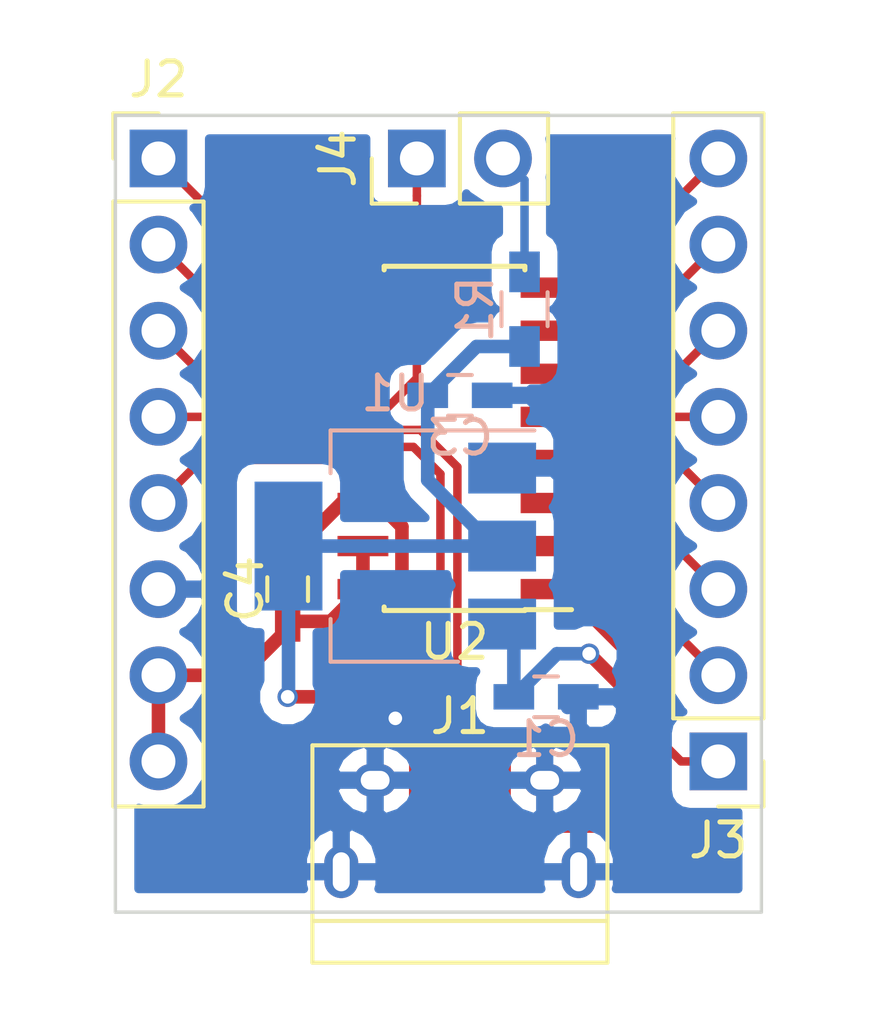
<source format=kicad_pcb>
(kicad_pcb (version 4) (host pcbnew 4.0.7)

  (general
    (links 38)
    (no_connects 0)
    (area 133.934999 99.009999 153.085001 122.605001)
    (thickness 1.6)
    (drawings 4)
    (tracks 89)
    (zones 0)
    (modules 10)
    (nets 18)
  )

  (page A4)
  (layers
    (0 F.Cu signal)
    (31 B.Cu signal)
    (32 B.Adhes user)
    (33 F.Adhes user)
    (34 B.Paste user)
    (35 F.Paste user)
    (36 B.SilkS user)
    (37 F.SilkS user)
    (38 B.Mask user)
    (39 F.Mask user)
    (40 Dwgs.User user)
    (41 Cmts.User user)
    (42 Eco1.User user)
    (43 Eco2.User user)
    (44 Edge.Cuts user)
    (45 Margin user)
    (46 B.CrtYd user)
    (47 F.CrtYd user)
    (48 B.Fab user)
    (49 F.Fab user)
  )

  (setup
    (last_trace_width 0.25)
    (trace_clearance 0.2)
    (zone_clearance 0.508)
    (zone_45_only no)
    (trace_min 0.2)
    (segment_width 0.2)
    (edge_width 0.1)
    (via_size 0.6)
    (via_drill 0.4)
    (via_min_size 0.4)
    (via_min_drill 0.3)
    (uvia_size 0.3)
    (uvia_drill 0.1)
    (uvias_allowed no)
    (uvia_min_size 0.2)
    (uvia_min_drill 0.1)
    (pcb_text_width 0.3)
    (pcb_text_size 1.5 1.5)
    (mod_edge_width 0.15)
    (mod_text_size 1 1)
    (mod_text_width 0.15)
    (pad_size 2 3.8)
    (pad_drill 0)
    (pad_to_mask_clearance 0)
    (aux_axis_origin 0 0)
    (visible_elements FFFFFF7F)
    (pcbplotparams
      (layerselection 0x00030_80000001)
      (usegerberextensions false)
      (excludeedgelayer true)
      (linewidth 0.100000)
      (plotframeref false)
      (viasonmask false)
      (mode 1)
      (useauxorigin false)
      (hpglpennumber 1)
      (hpglpenspeed 20)
      (hpglpendiameter 15)
      (hpglpenoverlay 2)
      (psnegative false)
      (psa4output false)
      (plotreference true)
      (plotvalue true)
      (plotinvisibletext false)
      (padsonsilk false)
      (subtractmaskfromsilk false)
      (outputformat 1)
      (mirror false)
      (drillshape 1)
      (scaleselection 1)
      (outputdirectory ""))
  )

  (net 0 "")
  (net 1 VBUS)
  (net 2 GND)
  (net 3 +3V3)
  (net 4 /D-)
  (net 5 /D+)
  (net 6 "Net-(J2-Pad1)")
  (net 7 "Net-(J2-Pad2)")
  (net 8 "Net-(J2-Pad3)")
  (net 9 "Net-(J3-Pad1)")
  (net 10 "Net-(J3-Pad2)")
  (net 11 "Net-(J3-Pad3)")
  (net 12 "Net-(J3-Pad4)")
  (net 13 "Net-(J3-Pad5)")
  (net 14 "Net-(J3-Pad6)")
  (net 15 "Net-(J3-Pad7)")
  (net 16 "Net-(J3-Pad8)")
  (net 17 "Net-(J4-Pad2)")

  (net_class Default 这是默认网络组.
    (clearance 0.2)
    (trace_width 0.25)
    (via_dia 0.6)
    (via_drill 0.4)
    (uvia_dia 0.3)
    (uvia_drill 0.1)
    (add_net /D+)
    (add_net /D-)
    (add_net "Net-(J2-Pad1)")
    (add_net "Net-(J2-Pad2)")
    (add_net "Net-(J2-Pad3)")
    (add_net "Net-(J3-Pad1)")
    (add_net "Net-(J3-Pad2)")
    (add_net "Net-(J3-Pad3)")
    (add_net "Net-(J3-Pad4)")
    (add_net "Net-(J3-Pad5)")
    (add_net "Net-(J3-Pad6)")
    (add_net "Net-(J3-Pad7)")
    (add_net "Net-(J3-Pad8)")
    (add_net "Net-(J4-Pad2)")
  )

  (net_class Power ""
    (clearance 0.2)
    (trace_width 0.4)
    (via_dia 0.6)
    (via_drill 0.4)
    (uvia_dia 0.3)
    (uvia_drill 0.1)
    (add_net +3V3)
    (add_net GND)
    (add_net VBUS)
  )

  (module Capacitors_SMD:C_0603_HandSoldering (layer B.Cu) (tedit 58AA848B) (tstamp 5B466E48)
    (at 146.685 116.205)
    (descr "Capacitor SMD 0603, hand soldering")
    (tags "capacitor 0603")
    (path /5B1D49ED)
    (attr smd)
    (fp_text reference C1 (at 0 1.25) (layer B.SilkS)
      (effects (font (size 1 1) (thickness 0.15)) (justify mirror))
    )
    (fp_text value 10μF (at 0 -1.5) (layer B.Fab)
      (effects (font (size 1 1) (thickness 0.15)) (justify mirror))
    )
    (fp_text user %R (at 0 1.25) (layer B.Fab)
      (effects (font (size 1 1) (thickness 0.15)) (justify mirror))
    )
    (fp_line (start -0.8 -0.4) (end -0.8 0.4) (layer B.Fab) (width 0.1))
    (fp_line (start 0.8 -0.4) (end -0.8 -0.4) (layer B.Fab) (width 0.1))
    (fp_line (start 0.8 0.4) (end 0.8 -0.4) (layer B.Fab) (width 0.1))
    (fp_line (start -0.8 0.4) (end 0.8 0.4) (layer B.Fab) (width 0.1))
    (fp_line (start -0.35 0.6) (end 0.35 0.6) (layer B.SilkS) (width 0.12))
    (fp_line (start 0.35 -0.6) (end -0.35 -0.6) (layer B.SilkS) (width 0.12))
    (fp_line (start -1.8 0.65) (end 1.8 0.65) (layer B.CrtYd) (width 0.05))
    (fp_line (start -1.8 0.65) (end -1.8 -0.65) (layer B.CrtYd) (width 0.05))
    (fp_line (start 1.8 -0.65) (end 1.8 0.65) (layer B.CrtYd) (width 0.05))
    (fp_line (start 1.8 -0.65) (end -1.8 -0.65) (layer B.CrtYd) (width 0.05))
    (pad 1 smd rect (at -0.95 0) (size 1.2 0.75) (layers B.Cu B.Paste B.Mask)
      (net 1 VBUS))
    (pad 2 smd rect (at 0.95 0) (size 1.2 0.75) (layers B.Cu B.Paste B.Mask)
      (net 2 GND))
    (model Capacitors_SMD.3dshapes/C_0603.wrl
      (at (xyz 0 0 0))
      (scale (xyz 1 1 1))
      (rotate (xyz 0 0 0))
    )
  )

  (module Capacitors_SMD:C_0603_HandSoldering (layer B.Cu) (tedit 58AA848B) (tstamp 5B466E59)
    (at 144.145 107.315)
    (descr "Capacitor SMD 0603, hand soldering")
    (tags "capacitor 0603")
    (path /5B1D4A41)
    (attr smd)
    (fp_text reference C3 (at 0 1.25) (layer B.SilkS)
      (effects (font (size 1 1) (thickness 0.15)) (justify mirror))
    )
    (fp_text value 10μF (at 0 -1.5) (layer B.Fab)
      (effects (font (size 1 1) (thickness 0.15)) (justify mirror))
    )
    (fp_text user %R (at 0 1.25) (layer B.Fab)
      (effects (font (size 1 1) (thickness 0.15)) (justify mirror))
    )
    (fp_line (start -0.8 -0.4) (end -0.8 0.4) (layer B.Fab) (width 0.1))
    (fp_line (start 0.8 -0.4) (end -0.8 -0.4) (layer B.Fab) (width 0.1))
    (fp_line (start 0.8 0.4) (end 0.8 -0.4) (layer B.Fab) (width 0.1))
    (fp_line (start -0.8 0.4) (end 0.8 0.4) (layer B.Fab) (width 0.1))
    (fp_line (start -0.35 0.6) (end 0.35 0.6) (layer B.SilkS) (width 0.12))
    (fp_line (start 0.35 -0.6) (end -0.35 -0.6) (layer B.SilkS) (width 0.12))
    (fp_line (start -1.8 0.65) (end 1.8 0.65) (layer B.CrtYd) (width 0.05))
    (fp_line (start -1.8 0.65) (end -1.8 -0.65) (layer B.CrtYd) (width 0.05))
    (fp_line (start 1.8 -0.65) (end 1.8 0.65) (layer B.CrtYd) (width 0.05))
    (fp_line (start 1.8 -0.65) (end -1.8 -0.65) (layer B.CrtYd) (width 0.05))
    (pad 1 smd rect (at -0.95 0) (size 1.2 0.75) (layers B.Cu B.Paste B.Mask)
      (net 3 +3V3))
    (pad 2 smd rect (at 0.95 0) (size 1.2 0.75) (layers B.Cu B.Paste B.Mask)
      (net 2 GND))
    (model Capacitors_SMD.3dshapes/C_0603.wrl
      (at (xyz 0 0 0))
      (scale (xyz 1 1 1))
      (rotate (xyz 0 0 0))
    )
  )

  (module Capacitors_SMD:C_0603_HandSoldering (layer F.Cu) (tedit 58AA848B) (tstamp 5B466E6A)
    (at 139.065 113.03 90)
    (descr "Capacitor SMD 0603, hand soldering")
    (tags "capacitor 0603")
    (path /5B1D50DB)
    (attr smd)
    (fp_text reference C4 (at 0 -1.25 90) (layer F.SilkS)
      (effects (font (size 1 1) (thickness 0.15)))
    )
    (fp_text value 0.1μF (at 0 1.5 90) (layer F.Fab)
      (effects (font (size 1 1) (thickness 0.15)))
    )
    (fp_text user %R (at 0 -1.25 90) (layer F.Fab)
      (effects (font (size 1 1) (thickness 0.15)))
    )
    (fp_line (start -0.8 0.4) (end -0.8 -0.4) (layer F.Fab) (width 0.1))
    (fp_line (start 0.8 0.4) (end -0.8 0.4) (layer F.Fab) (width 0.1))
    (fp_line (start 0.8 -0.4) (end 0.8 0.4) (layer F.Fab) (width 0.1))
    (fp_line (start -0.8 -0.4) (end 0.8 -0.4) (layer F.Fab) (width 0.1))
    (fp_line (start -0.35 -0.6) (end 0.35 -0.6) (layer F.SilkS) (width 0.12))
    (fp_line (start 0.35 0.6) (end -0.35 0.6) (layer F.SilkS) (width 0.12))
    (fp_line (start -1.8 -0.65) (end 1.8 -0.65) (layer F.CrtYd) (width 0.05))
    (fp_line (start -1.8 -0.65) (end -1.8 0.65) (layer F.CrtYd) (width 0.05))
    (fp_line (start 1.8 0.65) (end 1.8 -0.65) (layer F.CrtYd) (width 0.05))
    (fp_line (start 1.8 0.65) (end -1.8 0.65) (layer F.CrtYd) (width 0.05))
    (pad 1 smd rect (at -0.95 0 90) (size 1.2 0.75) (layers F.Cu F.Paste F.Mask)
      (net 3 +3V3))
    (pad 2 smd rect (at 0.95 0 90) (size 1.2 0.75) (layers F.Cu F.Paste F.Mask)
      (net 2 GND))
    (model Capacitors_SMD.3dshapes/C_0603.wrl
      (at (xyz 0 0 0))
      (scale (xyz 1 1 1))
      (rotate (xyz 0 0 0))
    )
  )

  (module Connectors:USB_Micro-B (layer F.Cu) (tedit 5543E447) (tstamp 5B466E80)
    (at 144.145 120.015)
    (descr "Micro USB Type B Receptacle")
    (tags "USB USB_B USB_micro USB_OTG")
    (path /5B1D4895)
    (attr smd)
    (fp_text reference J1 (at 0 -3.24) (layer F.SilkS)
      (effects (font (size 1 1) (thickness 0.15)))
    )
    (fp_text value USB_OTG (at 0 5.01) (layer F.Fab)
      (effects (font (size 1 1) (thickness 0.15)))
    )
    (fp_line (start -4.6 -2.59) (end 4.6 -2.59) (layer F.CrtYd) (width 0.05))
    (fp_line (start 4.6 -2.59) (end 4.6 4.26) (layer F.CrtYd) (width 0.05))
    (fp_line (start 4.6 4.26) (end -4.6 4.26) (layer F.CrtYd) (width 0.05))
    (fp_line (start -4.6 4.26) (end -4.6 -2.59) (layer F.CrtYd) (width 0.05))
    (fp_line (start -4.35 4.03) (end 4.35 4.03) (layer F.SilkS) (width 0.12))
    (fp_line (start -4.35 -2.38) (end 4.35 -2.38) (layer F.SilkS) (width 0.12))
    (fp_line (start 4.35 -2.38) (end 4.35 4.03) (layer F.SilkS) (width 0.12))
    (fp_line (start 4.35 2.8) (end -4.35 2.8) (layer F.SilkS) (width 0.12))
    (fp_line (start -4.35 4.03) (end -4.35 -2.38) (layer F.SilkS) (width 0.12))
    (pad 1 smd rect (at -1.3 -1.35 90) (size 1.35 0.4) (layers F.Cu F.Paste F.Mask)
      (net 1 VBUS))
    (pad 2 smd rect (at -0.65 -1.35 90) (size 1.35 0.4) (layers F.Cu F.Paste F.Mask)
      (net 4 /D-))
    (pad 3 smd rect (at 0 -1.35 90) (size 1.35 0.4) (layers F.Cu F.Paste F.Mask)
      (net 5 /D+))
    (pad 4 smd rect (at 0.65 -1.35 90) (size 1.35 0.4) (layers F.Cu F.Paste F.Mask)
      (net 2 GND))
    (pad 5 smd rect (at 1.3 -1.35 90) (size 1.35 0.4) (layers F.Cu F.Paste F.Mask)
      (net 2 GND))
    (pad 6 thru_hole oval (at -2.5 -1.35 90) (size 0.95 1.25) (drill oval 0.55 0.85) (layers *.Cu *.Mask)
      (net 2 GND))
    (pad 6 thru_hole oval (at 2.5 -1.35 90) (size 0.95 1.25) (drill oval 0.55 0.85) (layers *.Cu *.Mask)
      (net 2 GND))
    (pad 6 thru_hole oval (at -3.5 1.35 90) (size 1.55 1) (drill oval 1.15 0.5) (layers *.Cu *.Mask)
      (net 2 GND))
    (pad 6 thru_hole oval (at 3.5 1.35 90) (size 1.55 1) (drill oval 1.15 0.5) (layers *.Cu *.Mask)
      (net 2 GND))
  )

  (module Pin_Headers:Pin_Header_Straight_1x08_Pitch2.54mm (layer F.Cu) (tedit 59650532) (tstamp 5B466E9C)
    (at 135.255 100.33)
    (descr "Through hole straight pin header, 1x08, 2.54mm pitch, single row")
    (tags "Through hole pin header THT 1x08 2.54mm single row")
    (path /5B1D7657)
    (fp_text reference J2 (at 0 -2.33) (layer F.SilkS)
      (effects (font (size 1 1) (thickness 0.15)))
    )
    (fp_text value Conn_01x08 (at 0 20.11) (layer F.Fab)
      (effects (font (size 1 1) (thickness 0.15)))
    )
    (fp_line (start -0.635 -1.27) (end 1.27 -1.27) (layer F.Fab) (width 0.1))
    (fp_line (start 1.27 -1.27) (end 1.27 19.05) (layer F.Fab) (width 0.1))
    (fp_line (start 1.27 19.05) (end -1.27 19.05) (layer F.Fab) (width 0.1))
    (fp_line (start -1.27 19.05) (end -1.27 -0.635) (layer F.Fab) (width 0.1))
    (fp_line (start -1.27 -0.635) (end -0.635 -1.27) (layer F.Fab) (width 0.1))
    (fp_line (start -1.33 19.11) (end 1.33 19.11) (layer F.SilkS) (width 0.12))
    (fp_line (start -1.33 1.27) (end -1.33 19.11) (layer F.SilkS) (width 0.12))
    (fp_line (start 1.33 1.27) (end 1.33 19.11) (layer F.SilkS) (width 0.12))
    (fp_line (start -1.33 1.27) (end 1.33 1.27) (layer F.SilkS) (width 0.12))
    (fp_line (start -1.33 0) (end -1.33 -1.33) (layer F.SilkS) (width 0.12))
    (fp_line (start -1.33 -1.33) (end 0 -1.33) (layer F.SilkS) (width 0.12))
    (fp_line (start -1.8 -1.8) (end -1.8 19.55) (layer F.CrtYd) (width 0.05))
    (fp_line (start -1.8 19.55) (end 1.8 19.55) (layer F.CrtYd) (width 0.05))
    (fp_line (start 1.8 19.55) (end 1.8 -1.8) (layer F.CrtYd) (width 0.05))
    (fp_line (start 1.8 -1.8) (end -1.8 -1.8) (layer F.CrtYd) (width 0.05))
    (fp_text user %R (at 0 8.89 90) (layer F.Fab)
      (effects (font (size 1 1) (thickness 0.15)))
    )
    (pad 1 thru_hole rect (at 0 0) (size 1.7 1.7) (drill 1) (layers *.Cu *.Mask)
      (net 6 "Net-(J2-Pad1)"))
    (pad 2 thru_hole oval (at 0 2.54) (size 1.7 1.7) (drill 1) (layers *.Cu *.Mask)
      (net 7 "Net-(J2-Pad2)"))
    (pad 3 thru_hole oval (at 0 5.08) (size 1.7 1.7) (drill 1) (layers *.Cu *.Mask)
      (net 8 "Net-(J2-Pad3)"))
    (pad 4 thru_hole oval (at 0 7.62) (size 1.7 1.7) (drill 1) (layers *.Cu *.Mask)
      (net 5 /D+))
    (pad 5 thru_hole oval (at 0 10.16) (size 1.7 1.7) (drill 1) (layers *.Cu *.Mask)
      (net 4 /D-))
    (pad 6 thru_hole oval (at 0 12.7) (size 1.7 1.7) (drill 1) (layers *.Cu *.Mask)
      (net 2 GND))
    (pad 7 thru_hole oval (at 0 15.24) (size 1.7 1.7) (drill 1) (layers *.Cu *.Mask)
      (net 3 +3V3))
    (pad 8 thru_hole oval (at 0 17.78) (size 1.7 1.7) (drill 1) (layers *.Cu *.Mask)
      (net 3 +3V3))
    (model ${KISYS3DMOD}/Pin_Headers.3dshapes/Pin_Header_Straight_1x08_Pitch2.54mm.wrl
      (at (xyz 0 0 0))
      (scale (xyz 1 1 1))
      (rotate (xyz 0 0 0))
    )
  )

  (module Pin_Headers:Pin_Header_Straight_1x08_Pitch2.54mm (layer F.Cu) (tedit 59650532) (tstamp 5B466EB8)
    (at 151.765 118.11 180)
    (descr "Through hole straight pin header, 1x08, 2.54mm pitch, single row")
    (tags "Through hole pin header THT 1x08 2.54mm single row")
    (path /5B1DE4B0)
    (fp_text reference J3 (at 0 -2.33 180) (layer F.SilkS)
      (effects (font (size 1 1) (thickness 0.15)))
    )
    (fp_text value Conn_01x08 (at 0 20.11 180) (layer F.Fab)
      (effects (font (size 1 1) (thickness 0.15)))
    )
    (fp_line (start -0.635 -1.27) (end 1.27 -1.27) (layer F.Fab) (width 0.1))
    (fp_line (start 1.27 -1.27) (end 1.27 19.05) (layer F.Fab) (width 0.1))
    (fp_line (start 1.27 19.05) (end -1.27 19.05) (layer F.Fab) (width 0.1))
    (fp_line (start -1.27 19.05) (end -1.27 -0.635) (layer F.Fab) (width 0.1))
    (fp_line (start -1.27 -0.635) (end -0.635 -1.27) (layer F.Fab) (width 0.1))
    (fp_line (start -1.33 19.11) (end 1.33 19.11) (layer F.SilkS) (width 0.12))
    (fp_line (start -1.33 1.27) (end -1.33 19.11) (layer F.SilkS) (width 0.12))
    (fp_line (start 1.33 1.27) (end 1.33 19.11) (layer F.SilkS) (width 0.12))
    (fp_line (start -1.33 1.27) (end 1.33 1.27) (layer F.SilkS) (width 0.12))
    (fp_line (start -1.33 0) (end -1.33 -1.33) (layer F.SilkS) (width 0.12))
    (fp_line (start -1.33 -1.33) (end 0 -1.33) (layer F.SilkS) (width 0.12))
    (fp_line (start -1.8 -1.8) (end -1.8 19.55) (layer F.CrtYd) (width 0.05))
    (fp_line (start -1.8 19.55) (end 1.8 19.55) (layer F.CrtYd) (width 0.05))
    (fp_line (start 1.8 19.55) (end 1.8 -1.8) (layer F.CrtYd) (width 0.05))
    (fp_line (start 1.8 -1.8) (end -1.8 -1.8) (layer F.CrtYd) (width 0.05))
    (fp_text user %R (at 0 8.89 270) (layer F.Fab)
      (effects (font (size 1 1) (thickness 0.15)))
    )
    (pad 1 thru_hole rect (at 0 0 180) (size 1.7 1.7) (drill 1) (layers *.Cu *.Mask)
      (net 9 "Net-(J3-Pad1)"))
    (pad 2 thru_hole oval (at 0 2.54 180) (size 1.7 1.7) (drill 1) (layers *.Cu *.Mask)
      (net 10 "Net-(J3-Pad2)"))
    (pad 3 thru_hole oval (at 0 5.08 180) (size 1.7 1.7) (drill 1) (layers *.Cu *.Mask)
      (net 11 "Net-(J3-Pad3)"))
    (pad 4 thru_hole oval (at 0 7.62 180) (size 1.7 1.7) (drill 1) (layers *.Cu *.Mask)
      (net 12 "Net-(J3-Pad4)"))
    (pad 5 thru_hole oval (at 0 10.16 180) (size 1.7 1.7) (drill 1) (layers *.Cu *.Mask)
      (net 13 "Net-(J3-Pad5)"))
    (pad 6 thru_hole oval (at 0 12.7 180) (size 1.7 1.7) (drill 1) (layers *.Cu *.Mask)
      (net 14 "Net-(J3-Pad6)"))
    (pad 7 thru_hole oval (at 0 15.24 180) (size 1.7 1.7) (drill 1) (layers *.Cu *.Mask)
      (net 15 "Net-(J3-Pad7)"))
    (pad 8 thru_hole oval (at 0 17.78 180) (size 1.7 1.7) (drill 1) (layers *.Cu *.Mask)
      (net 16 "Net-(J3-Pad8)"))
    (model ${KISYS3DMOD}/Pin_Headers.3dshapes/Pin_Header_Straight_1x08_Pitch2.54mm.wrl
      (at (xyz 0 0 0))
      (scale (xyz 1 1 1))
      (rotate (xyz 0 0 0))
    )
  )

  (module Pin_Headers:Pin_Header_Straight_1x02_Pitch2.54mm (layer F.Cu) (tedit 59650532) (tstamp 5B466ECE)
    (at 142.875 100.33 90)
    (descr "Through hole straight pin header, 1x02, 2.54mm pitch, single row")
    (tags "Through hole pin header THT 1x02 2.54mm single row")
    (path /5B43644B)
    (fp_text reference J4 (at 0 -2.33 90) (layer F.SilkS)
      (effects (font (size 1 1) (thickness 0.15)))
    )
    (fp_text value Conn_01x02 (at 0 4.87 90) (layer F.Fab)
      (effects (font (size 1 1) (thickness 0.15)))
    )
    (fp_line (start -0.635 -1.27) (end 1.27 -1.27) (layer F.Fab) (width 0.1))
    (fp_line (start 1.27 -1.27) (end 1.27 3.81) (layer F.Fab) (width 0.1))
    (fp_line (start 1.27 3.81) (end -1.27 3.81) (layer F.Fab) (width 0.1))
    (fp_line (start -1.27 3.81) (end -1.27 -0.635) (layer F.Fab) (width 0.1))
    (fp_line (start -1.27 -0.635) (end -0.635 -1.27) (layer F.Fab) (width 0.1))
    (fp_line (start -1.33 3.87) (end 1.33 3.87) (layer F.SilkS) (width 0.12))
    (fp_line (start -1.33 1.27) (end -1.33 3.87) (layer F.SilkS) (width 0.12))
    (fp_line (start 1.33 1.27) (end 1.33 3.87) (layer F.SilkS) (width 0.12))
    (fp_line (start -1.33 1.27) (end 1.33 1.27) (layer F.SilkS) (width 0.12))
    (fp_line (start -1.33 0) (end -1.33 -1.33) (layer F.SilkS) (width 0.12))
    (fp_line (start -1.33 -1.33) (end 0 -1.33) (layer F.SilkS) (width 0.12))
    (fp_line (start -1.8 -1.8) (end -1.8 4.35) (layer F.CrtYd) (width 0.05))
    (fp_line (start -1.8 4.35) (end 1.8 4.35) (layer F.CrtYd) (width 0.05))
    (fp_line (start 1.8 4.35) (end 1.8 -1.8) (layer F.CrtYd) (width 0.05))
    (fp_line (start 1.8 -1.8) (end -1.8 -1.8) (layer F.CrtYd) (width 0.05))
    (fp_text user %R (at 0 1.27 180) (layer F.Fab)
      (effects (font (size 1 1) (thickness 0.15)))
    )
    (pad 1 thru_hole rect (at 0 0 90) (size 1.7 1.7) (drill 1) (layers *.Cu *.Mask)
      (net 5 /D+))
    (pad 2 thru_hole oval (at 0 2.54 90) (size 1.7 1.7) (drill 1) (layers *.Cu *.Mask)
      (net 17 "Net-(J4-Pad2)"))
    (model ${KISYS3DMOD}/Pin_Headers.3dshapes/Pin_Header_Straight_1x02_Pitch2.54mm.wrl
      (at (xyz 0 0 0))
      (scale (xyz 1 1 1))
      (rotate (xyz 0 0 0))
    )
  )

  (module Resistors_SMD:R_0603_HandSoldering (layer B.Cu) (tedit 58E0A804) (tstamp 5B466EDF)
    (at 146.05 104.775 270)
    (descr "Resistor SMD 0603, hand soldering")
    (tags "resistor 0603")
    (path /5B1DEA2D)
    (attr smd)
    (fp_text reference R1 (at 0 1.45 270) (layer B.SilkS)
      (effects (font (size 1 1) (thickness 0.15)) (justify mirror))
    )
    (fp_text value 10K (at 0 -1.55 270) (layer B.Fab)
      (effects (font (size 1 1) (thickness 0.15)) (justify mirror))
    )
    (fp_text user %R (at 0 0 270) (layer B.Fab)
      (effects (font (size 0.4 0.4) (thickness 0.075)) (justify mirror))
    )
    (fp_line (start -0.8 -0.4) (end -0.8 0.4) (layer B.Fab) (width 0.1))
    (fp_line (start 0.8 -0.4) (end -0.8 -0.4) (layer B.Fab) (width 0.1))
    (fp_line (start 0.8 0.4) (end 0.8 -0.4) (layer B.Fab) (width 0.1))
    (fp_line (start -0.8 0.4) (end 0.8 0.4) (layer B.Fab) (width 0.1))
    (fp_line (start 0.5 -0.68) (end -0.5 -0.68) (layer B.SilkS) (width 0.12))
    (fp_line (start -0.5 0.68) (end 0.5 0.68) (layer B.SilkS) (width 0.12))
    (fp_line (start -1.96 0.7) (end 1.95 0.7) (layer B.CrtYd) (width 0.05))
    (fp_line (start -1.96 0.7) (end -1.96 -0.7) (layer B.CrtYd) (width 0.05))
    (fp_line (start 1.95 -0.7) (end 1.95 0.7) (layer B.CrtYd) (width 0.05))
    (fp_line (start 1.95 -0.7) (end -1.96 -0.7) (layer B.CrtYd) (width 0.05))
    (pad 1 smd rect (at -1.1 0 270) (size 1.2 0.9) (layers B.Cu B.Paste B.Mask)
      (net 17 "Net-(J4-Pad2)"))
    (pad 2 smd rect (at 1.1 0 270) (size 1.2 0.9) (layers B.Cu B.Paste B.Mask)
      (net 3 +3V3))
    (model ${KISYS3DMOD}/Resistors_SMD.3dshapes/R_0603.wrl
      (at (xyz 0 0 0))
      (scale (xyz 1 1 1))
      (rotate (xyz 0 0 0))
    )
  )

  (module TO_SOT_Packages_SMD:SOT-223 (layer B.Cu) (tedit 5B436BD4) (tstamp 5B466EF5)
    (at 142.24 111.76 180)
    (descr "module CMS SOT223 4 pins")
    (tags "CMS SOT")
    (path /5B1D4972)
    (attr smd)
    (fp_text reference U1 (at 0 4.5 180) (layer B.SilkS)
      (effects (font (size 1 1) (thickness 0.15)) (justify mirror))
    )
    (fp_text value LM1117-3.3 (at 0 -4.5 180) (layer B.Fab)
      (effects (font (size 1 1) (thickness 0.15)) (justify mirror))
    )
    (fp_text user %R (at 0 0 450) (layer B.Fab)
      (effects (font (size 0.8 0.8) (thickness 0.12)) (justify mirror))
    )
    (fp_line (start -1.85 2.3) (end -0.8 3.35) (layer B.Fab) (width 0.1))
    (fp_line (start 1.91 -3.41) (end 1.91 -2.15) (layer B.SilkS) (width 0.12))
    (fp_line (start 1.91 3.41) (end 1.91 2.15) (layer B.SilkS) (width 0.12))
    (fp_line (start 4.4 3.6) (end -4.4 3.6) (layer B.CrtYd) (width 0.05))
    (fp_line (start 4.4 -3.6) (end 4.4 3.6) (layer B.CrtYd) (width 0.05))
    (fp_line (start -4.4 -3.6) (end 4.4 -3.6) (layer B.CrtYd) (width 0.05))
    (fp_line (start -4.4 3.6) (end -4.4 -3.6) (layer B.CrtYd) (width 0.05))
    (fp_line (start -1.85 2.3) (end -1.85 -3.35) (layer B.Fab) (width 0.1))
    (fp_line (start -1.85 -3.41) (end 1.91 -3.41) (layer B.SilkS) (width 0.12))
    (fp_line (start -0.8 3.35) (end 1.85 3.35) (layer B.Fab) (width 0.1))
    (fp_line (start -4.1 3.41) (end 1.91 3.41) (layer B.SilkS) (width 0.12))
    (fp_line (start -1.85 -3.35) (end 1.85 -3.35) (layer B.Fab) (width 0.1))
    (fp_line (start 1.85 3.35) (end 1.85 -3.35) (layer B.Fab) (width 0.1))
    (pad 4 smd rect (at 3.15 0 180) (size 2 3.8) (layers B.Cu B.Paste B.Mask)
      (net 3 +3V3))
    (pad 2 smd rect (at -3.15 0 180) (size 2 1.5) (layers B.Cu B.Paste B.Mask)
      (net 3 +3V3))
    (pad 3 smd rect (at -3.15 -2.3 180) (size 2 1.5) (layers B.Cu B.Paste B.Mask)
      (net 1 VBUS))
    (pad 1 smd rect (at -3.15 2.3 180) (size 2 1.5) (layers B.Cu B.Paste B.Mask)
      (net 2 GND))
    (model ${KISYS3DMOD}/TO_SOT_Packages_SMD.3dshapes/SOT-223.wrl
      (at (xyz 0 0 0))
      (scale (xyz 1 1 1))
      (rotate (xyz 0 0 0))
    )
  )

  (module Housings_SOIC:SOIC-16_3.9x9.9mm_Pitch1.27mm (layer F.Cu) (tedit 58CC8F64) (tstamp 5B466F1A)
    (at 143.985 108.585 180)
    (descr "16-Lead Plastic Small Outline (SL) - Narrow, 3.90 mm Body [SOIC] (see Microchip Packaging Specification 00000049BS.pdf)")
    (tags "SOIC 1.27")
    (path /5B1D4BAE)
    (attr smd)
    (fp_text reference U2 (at 0 -6 180) (layer F.SilkS)
      (effects (font (size 1 1) (thickness 0.15)))
    )
    (fp_text value CH551G (at 0 6 180) (layer F.Fab)
      (effects (font (size 1 1) (thickness 0.15)))
    )
    (fp_text user %R (at 0 0 180) (layer F.Fab)
      (effects (font (size 0.9 0.9) (thickness 0.135)))
    )
    (fp_line (start -0.95 -4.95) (end 1.95 -4.95) (layer F.Fab) (width 0.15))
    (fp_line (start 1.95 -4.95) (end 1.95 4.95) (layer F.Fab) (width 0.15))
    (fp_line (start 1.95 4.95) (end -1.95 4.95) (layer F.Fab) (width 0.15))
    (fp_line (start -1.95 4.95) (end -1.95 -3.95) (layer F.Fab) (width 0.15))
    (fp_line (start -1.95 -3.95) (end -0.95 -4.95) (layer F.Fab) (width 0.15))
    (fp_line (start -3.7 -5.25) (end -3.7 5.25) (layer F.CrtYd) (width 0.05))
    (fp_line (start 3.7 -5.25) (end 3.7 5.25) (layer F.CrtYd) (width 0.05))
    (fp_line (start -3.7 -5.25) (end 3.7 -5.25) (layer F.CrtYd) (width 0.05))
    (fp_line (start -3.7 5.25) (end 3.7 5.25) (layer F.CrtYd) (width 0.05))
    (fp_line (start -2.075 -5.075) (end -2.075 -5.05) (layer F.SilkS) (width 0.15))
    (fp_line (start 2.075 -5.075) (end 2.075 -4.97) (layer F.SilkS) (width 0.15))
    (fp_line (start 2.075 5.075) (end 2.075 4.97) (layer F.SilkS) (width 0.15))
    (fp_line (start -2.075 5.075) (end -2.075 4.97) (layer F.SilkS) (width 0.15))
    (fp_line (start -2.075 -5.075) (end 2.075 -5.075) (layer F.SilkS) (width 0.15))
    (fp_line (start -2.075 5.075) (end 2.075 5.075) (layer F.SilkS) (width 0.15))
    (fp_line (start -2.075 -5.05) (end -3.45 -5.05) (layer F.SilkS) (width 0.15))
    (pad 1 smd rect (at -2.7 -4.445 180) (size 1.5 0.6) (layers F.Cu F.Paste F.Mask)
      (net 9 "Net-(J3-Pad1)"))
    (pad 2 smd rect (at -2.7 -3.175 180) (size 1.5 0.6) (layers F.Cu F.Paste F.Mask)
      (net 10 "Net-(J3-Pad2)"))
    (pad 3 smd rect (at -2.7 -1.905 180) (size 1.5 0.6) (layers F.Cu F.Paste F.Mask)
      (net 11 "Net-(J3-Pad3)"))
    (pad 4 smd rect (at -2.7 -0.635 180) (size 1.5 0.6) (layers F.Cu F.Paste F.Mask)
      (net 12 "Net-(J3-Pad4)"))
    (pad 5 smd rect (at -2.7 0.635 180) (size 1.5 0.6) (layers F.Cu F.Paste F.Mask)
      (net 13 "Net-(J3-Pad5)"))
    (pad 6 smd rect (at -2.7 1.905 180) (size 1.5 0.6) (layers F.Cu F.Paste F.Mask)
      (net 14 "Net-(J3-Pad6)"))
    (pad 7 smd rect (at -2.7 3.175 180) (size 1.5 0.6) (layers F.Cu F.Paste F.Mask)
      (net 15 "Net-(J3-Pad7)"))
    (pad 8 smd rect (at -2.7 4.445 180) (size 1.5 0.6) (layers F.Cu F.Paste F.Mask)
      (net 16 "Net-(J3-Pad8)"))
    (pad 9 smd rect (at 2.7 4.445 180) (size 1.5 0.6) (layers F.Cu F.Paste F.Mask)
      (net 6 "Net-(J2-Pad1)"))
    (pad 10 smd rect (at 2.7 3.175 180) (size 1.5 0.6) (layers F.Cu F.Paste F.Mask)
      (net 7 "Net-(J2-Pad2)"))
    (pad 11 smd rect (at 2.7 1.905 180) (size 1.5 0.6) (layers F.Cu F.Paste F.Mask)
      (net 8 "Net-(J2-Pad3)"))
    (pad 12 smd rect (at 2.7 0.635 180) (size 1.5 0.6) (layers F.Cu F.Paste F.Mask)
      (net 5 /D+))
    (pad 13 smd rect (at 2.7 -0.635 180) (size 1.5 0.6) (layers F.Cu F.Paste F.Mask)
      (net 4 /D-))
    (pad 14 smd rect (at 2.7 -1.905 180) (size 1.5 0.6) (layers F.Cu F.Paste F.Mask)
      (net 2 GND))
    (pad 15 smd rect (at 2.7 -3.175 180) (size 1.5 0.6) (layers F.Cu F.Paste F.Mask)
      (net 3 +3V3))
    (pad 16 smd rect (at 2.7 -4.445 180) (size 1.5 0.6) (layers F.Cu F.Paste F.Mask)
      (net 3 +3V3))
    (model ${KISYS3DMOD}/Housings_SOIC.3dshapes/SOIC-16_3.9x9.9mm_Pitch1.27mm.wrl
      (at (xyz 0 0 0))
      (scale (xyz 1 1 1))
      (rotate (xyz 0 0 0))
    )
  )

  (gr_line (start 153.035 99.06) (end 153.035 122.555) (layer Edge.Cuts) (width 0.1))
  (gr_line (start 133.985 122.555) (end 133.985 99.06) (layer Edge.Cuts) (width 0.1))
  (gr_line (start 153.035 122.555) (end 133.985 122.555) (layer Edge.Cuts) (width 0.1))
  (gr_line (start 133.985 99.06) (end 153.035 99.06) (layer Edge.Cuts) (width 0.1))

  (segment (start 145.735 116.205) (end 145.735 114.405) (width 0.4) (layer B.Cu) (net 1))
  (segment (start 145.735 114.405) (end 145.39 114.06) (width 0.4) (layer B.Cu) (net 1))
  (segment (start 147.955 114.935) (end 147.005 114.935) (width 0.4) (layer B.Cu) (net 1))
  (segment (start 147.005 114.935) (end 145.735 116.205) (width 0.4) (layer B.Cu) (net 1))
  (segment (start 149.225 119.38) (end 149.225 116.205) (width 0.4) (layer F.Cu) (net 1))
  (segment (start 149.225 116.205) (end 147.955 114.935) (width 0.4) (layer F.Cu) (net 1))
  (via (at 147.955 114.935) (size 0.6) (drill 0.4) (layers F.Cu B.Cu) (net 1))
  (segment (start 148.59 120.015) (end 149.225 119.38) (width 0.4) (layer F.Cu) (net 1))
  (segment (start 143.12 120.015) (end 148.59 120.015) (width 0.4) (layer F.Cu) (net 1))
  (segment (start 142.845 118.665) (end 142.845001 119.740001) (width 0.4) (layer F.Cu) (net 1))
  (segment (start 142.845001 119.740001) (end 143.12 120.015) (width 0.4) (layer F.Cu) (net 1))
  (segment (start 145.445 118.665) (end 146.645 118.665) (width 0.4) (layer F.Cu) (net 2))
  (segment (start 139.065 112.08) (end 140.655 110.49) (width 0.4) (layer F.Cu) (net 2))
  (segment (start 140.655 110.49) (end 141.285 110.49) (width 0.4) (layer F.Cu) (net 2))
  (segment (start 147.32 116.52) (end 147.635 116.205) (width 0.4) (layer B.Cu) (net 2))
  (segment (start 141.735 110.49) (end 142.435001 111.190001) (width 0.4) (layer F.Cu) (net 2))
  (segment (start 142.435001 111.190001) (end 142.435001 116.644999) (width 0.4) (layer F.Cu) (net 2))
  (segment (start 142.435001 116.644999) (end 142.24 116.84) (width 0.4) (layer F.Cu) (net 2))
  (via (at 142.24 116.84) (size 0.6) (drill 0.4) (layers F.Cu B.Cu) (net 2))
  (segment (start 145.445 118.665) (end 144.795 118.665) (width 0.4) (layer F.Cu) (net 2))
  (segment (start 145.445 118.19) (end 145.445 118.665) (width 0.4) (layer F.Cu) (net 2))
  (segment (start 141.285 110.49) (end 141.735 110.49) (width 0.4) (layer F.Cu) (net 2))
  (segment (start 139.065 113.98) (end 140.335 113.98) (width 0.4) (layer F.Cu) (net 3))
  (segment (start 140.335 113.98) (end 141.285 113.03) (width 0.4) (layer F.Cu) (net 3))
  (segment (start 135.255 115.57) (end 137.7 115.57) (width 0.4) (layer F.Cu) (net 3))
  (segment (start 137.7 115.57) (end 139.065 114.205) (width 0.4) (layer F.Cu) (net 3))
  (segment (start 139.065 114.205) (end 139.065 113.98) (width 0.4) (layer F.Cu) (net 3))
  (segment (start 135.255 115.57) (end 135.255 118.11) (width 0.4) (layer F.Cu) (net 3))
  (segment (start 143.195 107.315) (end 143.195 109.815) (width 0.4) (layer B.Cu) (net 3))
  (segment (start 143.195 109.815) (end 145.14 111.76) (width 0.4) (layer B.Cu) (net 3))
  (segment (start 145.14 111.76) (end 145.39 111.76) (width 0.4) (layer B.Cu) (net 3))
  (segment (start 143.195 107.315) (end 144.635 105.875) (width 0.4) (layer B.Cu) (net 3))
  (segment (start 144.635 105.875) (end 146.05 105.875) (width 0.4) (layer B.Cu) (net 3))
  (segment (start 141.285 113.03) (end 141.285 111.76) (width 0.4) (layer F.Cu) (net 3))
  (segment (start 140.97 116.205) (end 141.285 115.89) (width 0.4) (layer F.Cu) (net 3))
  (segment (start 141.285 115.89) (end 141.285 113.03) (width 0.4) (layer F.Cu) (net 3))
  (segment (start 139.065 116.205) (end 140.97 116.205) (width 0.4) (layer F.Cu) (net 3))
  (segment (start 139.09 111.76) (end 139.09 116.18) (width 0.4) (layer B.Cu) (net 3))
  (segment (start 139.09 116.18) (end 139.065 116.205) (width 0.4) (layer B.Cu) (net 3))
  (via (at 139.065 116.205) (size 0.6) (drill 0.4) (layers F.Cu B.Cu) (net 3))
  (segment (start 145.39 111.76) (end 139.09 111.76) (width 0.4) (layer B.Cu) (net 3))
  (segment (start 135.255 110.49) (end 136.525 109.22) (width 0.25) (layer F.Cu) (net 4))
  (segment (start 136.525 109.22) (end 141.285 109.22) (width 0.25) (layer F.Cu) (net 4))
  (segment (start 143.57 109.633552) (end 142.771448 108.835) (width 0.25) (layer F.Cu) (net 4))
  (segment (start 142.771448 108.835) (end 142.12 108.835) (width 0.25) (layer F.Cu) (net 4))
  (segment (start 142.12 108.835) (end 141.735 109.22) (width 0.25) (layer F.Cu) (net 4))
  (segment (start 141.735 109.22) (end 141.285 109.22) (width 0.25) (layer F.Cu) (net 4))
  (segment (start 143.495 118.665) (end 143.495 117.6525) (width 0.25) (layer F.Cu) (net 4))
  (segment (start 143.495 117.6525) (end 143.57 117.5775) (width 0.25) (layer F.Cu) (net 4))
  (segment (start 143.57 117.5775) (end 143.57 109.633552) (width 0.25) (layer F.Cu) (net 4))
  (segment (start 141.285 107.95) (end 141.735 107.95) (width 0.25) (layer F.Cu) (net 5))
  (segment (start 141.735 107.95) (end 142.875 106.81) (width 0.25) (layer F.Cu) (net 5))
  (segment (start 142.875 106.81) (end 142.875 101.43) (width 0.25) (layer F.Cu) (net 5))
  (segment (start 142.875 101.43) (end 142.875 100.33) (width 0.25) (layer F.Cu) (net 5))
  (segment (start 141.285 107.95) (end 135.255 107.95) (width 0.25) (layer F.Cu) (net 5))
  (segment (start 144.07 109.426448) (end 142.978552 108.335) (width 0.25) (layer F.Cu) (net 5))
  (segment (start 142.978552 108.335) (end 142.12 108.335) (width 0.25) (layer F.Cu) (net 5))
  (segment (start 142.12 108.335) (end 141.735 107.95) (width 0.25) (layer F.Cu) (net 5))
  (segment (start 144.145 118.665) (end 144.145 117.6525) (width 0.25) (layer F.Cu) (net 5))
  (segment (start 144.145 117.6525) (end 144.07 117.5775) (width 0.25) (layer F.Cu) (net 5))
  (segment (start 144.07 117.5775) (end 144.07 109.426448) (width 0.25) (layer F.Cu) (net 5))
  (segment (start 141.285 104.14) (end 139.065 104.14) (width 0.25) (layer F.Cu) (net 6))
  (segment (start 139.065 104.14) (end 135.255 100.33) (width 0.25) (layer F.Cu) (net 6))
  (segment (start 141.285 105.41) (end 137.795 105.41) (width 0.25) (layer F.Cu) (net 7))
  (segment (start 137.795 105.41) (end 136.104999 103.719999) (width 0.25) (layer F.Cu) (net 7))
  (segment (start 136.104999 103.719999) (end 135.255 102.87) (width 0.25) (layer F.Cu) (net 7))
  (segment (start 141.285 106.68) (end 136.525 106.68) (width 0.25) (layer F.Cu) (net 8))
  (segment (start 136.525 106.68) (end 135.255 105.41) (width 0.25) (layer F.Cu) (net 8))
  (segment (start 149.86 115.755) (end 149.86 117.305) (width 0.25) (layer F.Cu) (net 9))
  (segment (start 149.86 117.305) (end 150.665 118.11) (width 0.25) (layer F.Cu) (net 9))
  (segment (start 150.665 118.11) (end 151.765 118.11) (width 0.25) (layer F.Cu) (net 9))
  (segment (start 147.135 113.03) (end 149.86 115.755) (width 0.25) (layer F.Cu) (net 9))
  (segment (start 146.685 113.03) (end 147.135 113.03) (width 0.25) (layer F.Cu) (net 9))
  (segment (start 151.765 117.66) (end 151.765 118.11) (width 0.25) (layer F.Cu) (net 9))
  (segment (start 146.685 111.76) (end 147.955 111.76) (width 0.25) (layer F.Cu) (net 10))
  (segment (start 147.955 111.76) (end 151.765 115.57) (width 0.25) (layer F.Cu) (net 10))
  (segment (start 146.685 110.49) (end 149.225 110.49) (width 0.25) (layer F.Cu) (net 11))
  (segment (start 149.225 110.49) (end 151.765 113.03) (width 0.25) (layer F.Cu) (net 11))
  (segment (start 146.685 109.22) (end 150.495 109.22) (width 0.25) (layer F.Cu) (net 12))
  (segment (start 150.495 109.22) (end 151.765 110.49) (width 0.25) (layer F.Cu) (net 12))
  (segment (start 146.685 107.95) (end 151.765 107.95) (width 0.25) (layer F.Cu) (net 13))
  (segment (start 146.685 106.68) (end 150.495 106.68) (width 0.25) (layer F.Cu) (net 14))
  (segment (start 150.495 106.68) (end 151.765 105.41) (width 0.25) (layer F.Cu) (net 14))
  (segment (start 146.685 105.41) (end 149.225 105.41) (width 0.25) (layer F.Cu) (net 15))
  (segment (start 149.225 105.41) (end 151.765 102.87) (width 0.25) (layer F.Cu) (net 15))
  (segment (start 146.685 104.14) (end 147.955 104.14) (width 0.25) (layer F.Cu) (net 16))
  (segment (start 147.955 104.14) (end 151.765 100.33) (width 0.25) (layer F.Cu) (net 16))
  (segment (start 146.05 103.675) (end 146.05 100.965) (width 0.25) (layer B.Cu) (net 17))
  (segment (start 146.05 100.965) (end 145.415 100.33) (width 0.25) (layer B.Cu) (net 17))

  (zone (net 2) (net_name GND) (layer B.Cu) (tstamp 0) (hatch edge 0.508)
    (connect_pads (clearance 0.508))
    (min_thickness 0.254)
    (fill yes (arc_segments 16) (thermal_gap 0.508) (thermal_bridge_width 0.508))
    (polygon
      (pts
        (xy 133.985 99.06) (xy 153.035 99.06) (xy 153.035 122.555) (xy 133.985 122.555)
      )
    )
    (filled_polygon
      (pts
        (xy 141.37756 101.18) (xy 141.421838 101.415317) (xy 141.56091 101.631441) (xy 141.77311 101.776431) (xy 142.025 101.82744)
        (xy 143.725 101.82744) (xy 143.960317 101.783162) (xy 144.176441 101.64409) (xy 144.321431 101.43189) (xy 144.335086 101.364459)
        (xy 144.364946 101.409147) (xy 144.846715 101.731054) (xy 145.29 101.819229) (xy 145.29 102.519895) (xy 145.148559 102.61091)
        (xy 145.003569 102.82311) (xy 144.95256 103.075) (xy 144.95256 104.275) (xy 144.996838 104.510317) (xy 145.13591 104.726441)
        (xy 145.205711 104.774134) (xy 145.148559 104.81091) (xy 145.003569 105.02311) (xy 145.000149 105.04) (xy 144.635 105.04)
        (xy 144.31546 105.10356) (xy 144.044566 105.284566) (xy 143.036572 106.29256) (xy 142.595 106.29256) (xy 142.359683 106.336838)
        (xy 142.143559 106.47591) (xy 141.998569 106.68811) (xy 141.94756 106.94) (xy 141.94756 107.69) (xy 141.991838 107.925317)
        (xy 142.13091 108.141441) (xy 142.34311 108.286431) (xy 142.36 108.289851) (xy 142.36 109.815) (xy 142.423561 110.134541)
        (xy 142.604566 110.405434) (xy 143.124132 110.925) (xy 140.73744 110.925) (xy 140.73744 109.86) (xy 140.693162 109.624683)
        (xy 140.55409 109.408559) (xy 140.34189 109.263569) (xy 140.09 109.21256) (xy 138.09 109.21256) (xy 137.854683 109.256838)
        (xy 137.638559 109.39591) (xy 137.493569 109.60811) (xy 137.44256 109.86) (xy 137.44256 113.66) (xy 137.486838 113.895317)
        (xy 137.62591 114.111441) (xy 137.83811 114.256431) (xy 138.09 114.30744) (xy 138.255 114.30744) (xy 138.255 115.717559)
        (xy 138.130162 116.018201) (xy 138.129838 116.390167) (xy 138.271883 116.733943) (xy 138.534673 116.997192) (xy 138.878201 117.139838)
        (xy 139.250167 117.140162) (xy 139.593943 116.998117) (xy 139.857192 116.735327) (xy 139.999838 116.391799) (xy 140.000162 116.019833)
        (xy 139.925 115.837927) (xy 139.925 114.30744) (xy 140.09 114.30744) (xy 140.325317 114.263162) (xy 140.541441 114.12409)
        (xy 140.686431 113.91189) (xy 140.73744 113.66) (xy 140.73744 112.595) (xy 143.758554 112.595) (xy 143.786838 112.745317)
        (xy 143.893759 112.911477) (xy 143.793569 113.05811) (xy 143.74256 113.31) (xy 143.74256 114.81) (xy 143.786838 115.045317)
        (xy 143.92591 115.261441) (xy 144.13811 115.406431) (xy 144.39 115.45744) (xy 144.621019 115.45744) (xy 144.538569 115.57811)
        (xy 144.48756 115.83) (xy 144.48756 116.58) (xy 144.531838 116.815317) (xy 144.67091 117.031441) (xy 144.88311 117.176431)
        (xy 145.135 117.22744) (xy 146.335 117.22744) (xy 146.570317 117.183162) (xy 146.673646 117.116671) (xy 146.675302 117.118327)
        (xy 146.908691 117.215) (xy 147.34925 117.215) (xy 147.508 117.05625) (xy 147.508 116.332) (xy 147.762 116.332)
        (xy 147.762 117.05625) (xy 147.92075 117.215) (xy 148.361309 117.215) (xy 148.594698 117.118327) (xy 148.773327 116.939699)
        (xy 148.87 116.70631) (xy 148.87 116.49075) (xy 148.71125 116.332) (xy 147.762 116.332) (xy 147.508 116.332)
        (xy 147.488 116.332) (xy 147.488 116.078) (xy 147.508 116.078) (xy 147.508 116.058) (xy 147.762 116.058)
        (xy 147.762 116.078) (xy 148.71125 116.078) (xy 148.87 115.91925) (xy 148.87 115.70369) (xy 148.773327 115.470301)
        (xy 148.753401 115.450375) (xy 148.889838 115.121799) (xy 148.890162 114.749833) (xy 148.748117 114.406057) (xy 148.485327 114.142808)
        (xy 148.141799 114.000162) (xy 147.769833 113.999838) (xy 147.527422 114.1) (xy 147.03744 114.1) (xy 147.03744 113.31)
        (xy 146.993162 113.074683) (xy 146.886241 112.908523) (xy 146.986431 112.76189) (xy 147.03744 112.51) (xy 147.03744 111.01)
        (xy 146.993162 110.774683) (xy 146.887518 110.610508) (xy 146.928327 110.569699) (xy 147.025 110.33631) (xy 147.025 109.74575)
        (xy 146.86625 109.587) (xy 145.517 109.587) (xy 145.517 109.607) (xy 145.263 109.607) (xy 145.263 109.587)
        (xy 145.243 109.587) (xy 145.243 109.333) (xy 145.263 109.333) (xy 145.263 109.313) (xy 145.517 109.313)
        (xy 145.517 109.333) (xy 146.86625 109.333) (xy 147.025 109.17425) (xy 147.025 108.58369) (xy 146.928327 108.350301)
        (xy 146.749698 108.171673) (xy 146.516309 108.075) (xy 146.208026 108.075) (xy 146.233327 108.049699) (xy 146.33 107.81631)
        (xy 146.33 107.60075) (xy 146.17125 107.442) (xy 145.222 107.442) (xy 145.222 107.462) (xy 144.968 107.462)
        (xy 144.968 107.442) (xy 144.948 107.442) (xy 144.948 107.188) (xy 144.968 107.188) (xy 144.968 107.168)
        (xy 145.222 107.168) (xy 145.222 107.188) (xy 146.17125 107.188) (xy 146.23681 107.12244) (xy 146.5 107.12244)
        (xy 146.735317 107.078162) (xy 146.951441 106.93909) (xy 147.096431 106.72689) (xy 147.14744 106.475) (xy 147.14744 105.275)
        (xy 147.103162 105.039683) (xy 146.96409 104.823559) (xy 146.894289 104.775866) (xy 146.951441 104.73909) (xy 147.096431 104.52689)
        (xy 147.14744 104.275) (xy 147.14744 103.075) (xy 147.103162 102.839683) (xy 146.96409 102.623559) (xy 146.81 102.518274)
        (xy 146.81 100.965) (xy 146.794739 100.888277) (xy 146.9 100.359093) (xy 146.9 100.300907) (xy 146.789423 99.745)
        (xy 150.375115 99.745) (xy 150.363946 99.761715) (xy 150.250907 100.33) (xy 150.363946 100.898285) (xy 150.685853 101.380054)
        (xy 151.015026 101.6) (xy 150.685853 101.819946) (xy 150.363946 102.301715) (xy 150.250907 102.87) (xy 150.363946 103.438285)
        (xy 150.685853 103.920054) (xy 151.015026 104.14) (xy 150.685853 104.359946) (xy 150.363946 104.841715) (xy 150.250907 105.41)
        (xy 150.363946 105.978285) (xy 150.685853 106.460054) (xy 151.015026 106.68) (xy 150.685853 106.899946) (xy 150.363946 107.381715)
        (xy 150.250907 107.95) (xy 150.363946 108.518285) (xy 150.685853 109.000054) (xy 151.015026 109.22) (xy 150.685853 109.439946)
        (xy 150.363946 109.921715) (xy 150.250907 110.49) (xy 150.363946 111.058285) (xy 150.685853 111.540054) (xy 151.015026 111.76)
        (xy 150.685853 111.979946) (xy 150.363946 112.461715) (xy 150.250907 113.03) (xy 150.363946 113.598285) (xy 150.685853 114.080054)
        (xy 151.015026 114.3) (xy 150.685853 114.519946) (xy 150.363946 115.001715) (xy 150.250907 115.57) (xy 150.363946 116.138285)
        (xy 150.685853 116.620054) (xy 150.727452 116.64785) (xy 150.679683 116.656838) (xy 150.463559 116.79591) (xy 150.318569 117.00811)
        (xy 150.26756 117.26) (xy 150.26756 118.96) (xy 150.311838 119.195317) (xy 150.45091 119.411441) (xy 150.66311 119.556431)
        (xy 150.915 119.60744) (xy 152.35 119.60744) (xy 152.35 121.87) (xy 148.747258 121.87) (xy 148.78 121.767)
        (xy 148.78 121.492) (xy 147.772 121.492) (xy 147.772 121.512) (xy 147.518 121.512) (xy 147.518 121.492)
        (xy 146.51 121.492) (xy 146.51 121.767) (xy 146.542742 121.87) (xy 141.747258 121.87) (xy 141.78 121.767)
        (xy 141.78 121.492) (xy 140.772 121.492) (xy 140.772 121.512) (xy 140.518 121.512) (xy 140.518 121.492)
        (xy 139.51 121.492) (xy 139.51 121.767) (xy 139.542742 121.87) (xy 134.67 121.87) (xy 134.67 120.963)
        (xy 139.51 120.963) (xy 139.51 121.238) (xy 140.518 121.238) (xy 140.518 120.122046) (xy 140.772 120.122046)
        (xy 140.772 121.238) (xy 141.78 121.238) (xy 141.78 120.963) (xy 146.51 120.963) (xy 146.51 121.238)
        (xy 147.518 121.238) (xy 147.518 120.122046) (xy 147.772 120.122046) (xy 147.772 121.238) (xy 148.78 121.238)
        (xy 148.78 120.963) (xy 148.645002 120.538322) (xy 148.357763 120.197632) (xy 147.946874 119.995881) (xy 147.772 120.122046)
        (xy 147.518 120.122046) (xy 147.343126 119.995881) (xy 146.932237 120.197632) (xy 146.644998 120.538322) (xy 146.51 120.963)
        (xy 141.78 120.963) (xy 141.645002 120.538322) (xy 141.357763 120.197632) (xy 140.946874 119.995881) (xy 140.772 120.122046)
        (xy 140.518 120.122046) (xy 140.343126 119.995881) (xy 139.932237 120.197632) (xy 139.644998 120.538322) (xy 139.51 120.963)
        (xy 134.67 120.963) (xy 134.67 119.484423) (xy 135.225907 119.595) (xy 135.284093 119.595) (xy 135.852378 119.481961)
        (xy 136.334147 119.160054) (xy 136.465855 118.962938) (xy 140.425732 118.962938) (xy 140.609448 119.336821) (xy 140.933951 119.624568)
        (xy 141.343869 119.766229) (xy 141.518 119.617563) (xy 141.518 118.792) (xy 141.772 118.792) (xy 141.772 119.617563)
        (xy 141.946131 119.766229) (xy 142.356049 119.624568) (xy 142.680552 119.336821) (xy 142.864268 118.962938) (xy 145.425732 118.962938)
        (xy 145.609448 119.336821) (xy 145.933951 119.624568) (xy 146.343869 119.766229) (xy 146.518 119.617563) (xy 146.518 118.792)
        (xy 146.772 118.792) (xy 146.772 119.617563) (xy 146.946131 119.766229) (xy 147.356049 119.624568) (xy 147.680552 119.336821)
        (xy 147.864268 118.962938) (xy 147.737734 118.792) (xy 146.772 118.792) (xy 146.518 118.792) (xy 145.552266 118.792)
        (xy 145.425732 118.962938) (xy 142.864268 118.962938) (xy 142.737734 118.792) (xy 141.772 118.792) (xy 141.518 118.792)
        (xy 140.552266 118.792) (xy 140.425732 118.962938) (xy 136.465855 118.962938) (xy 136.656054 118.678285) (xy 136.71796 118.367062)
        (xy 140.425732 118.367062) (xy 140.552266 118.538) (xy 141.518 118.538) (xy 141.518 117.712437) (xy 141.772 117.712437)
        (xy 141.772 118.538) (xy 142.737734 118.538) (xy 142.864268 118.367062) (xy 145.425732 118.367062) (xy 145.552266 118.538)
        (xy 146.518 118.538) (xy 146.518 117.712437) (xy 146.772 117.712437) (xy 146.772 118.538) (xy 147.737734 118.538)
        (xy 147.864268 118.367062) (xy 147.680552 117.993179) (xy 147.356049 117.705432) (xy 146.946131 117.563771) (xy 146.772 117.712437)
        (xy 146.518 117.712437) (xy 146.343869 117.563771) (xy 145.933951 117.705432) (xy 145.609448 117.993179) (xy 145.425732 118.367062)
        (xy 142.864268 118.367062) (xy 142.680552 117.993179) (xy 142.356049 117.705432) (xy 141.946131 117.563771) (xy 141.772 117.712437)
        (xy 141.518 117.712437) (xy 141.343869 117.563771) (xy 140.933951 117.705432) (xy 140.609448 117.993179) (xy 140.425732 118.367062)
        (xy 136.71796 118.367062) (xy 136.769093 118.11) (xy 136.656054 117.541715) (xy 136.334147 117.059946) (xy 136.004974 116.84)
        (xy 136.334147 116.620054) (xy 136.656054 116.138285) (xy 136.769093 115.57) (xy 136.656054 115.001715) (xy 136.334147 114.519946)
        (xy 135.993447 114.292298) (xy 136.136358 114.225183) (xy 136.526645 113.796924) (xy 136.696476 113.38689) (xy 136.575155 113.157)
        (xy 135.382 113.157) (xy 135.382 113.177) (xy 135.128 113.177) (xy 135.128 113.157) (xy 135.108 113.157)
        (xy 135.108 112.903) (xy 135.128 112.903) (xy 135.128 112.883) (xy 135.382 112.883) (xy 135.382 112.903)
        (xy 136.575155 112.903) (xy 136.696476 112.67311) (xy 136.526645 112.263076) (xy 136.136358 111.834817) (xy 135.993447 111.767702)
        (xy 136.334147 111.540054) (xy 136.656054 111.058285) (xy 136.769093 110.49) (xy 136.656054 109.921715) (xy 136.334147 109.439946)
        (xy 136.004974 109.22) (xy 136.334147 109.000054) (xy 136.656054 108.518285) (xy 136.769093 107.95) (xy 136.656054 107.381715)
        (xy 136.334147 106.899946) (xy 136.004974 106.68) (xy 136.334147 106.460054) (xy 136.656054 105.978285) (xy 136.769093 105.41)
        (xy 136.656054 104.841715) (xy 136.334147 104.359946) (xy 136.004974 104.14) (xy 136.334147 103.920054) (xy 136.656054 103.438285)
        (xy 136.769093 102.87) (xy 136.656054 102.301715) (xy 136.334147 101.819946) (xy 136.292548 101.79215) (xy 136.340317 101.783162)
        (xy 136.556441 101.64409) (xy 136.701431 101.43189) (xy 136.75244 101.18) (xy 136.75244 99.745) (xy 141.37756 99.745)
      )
    )
  )
)

</source>
